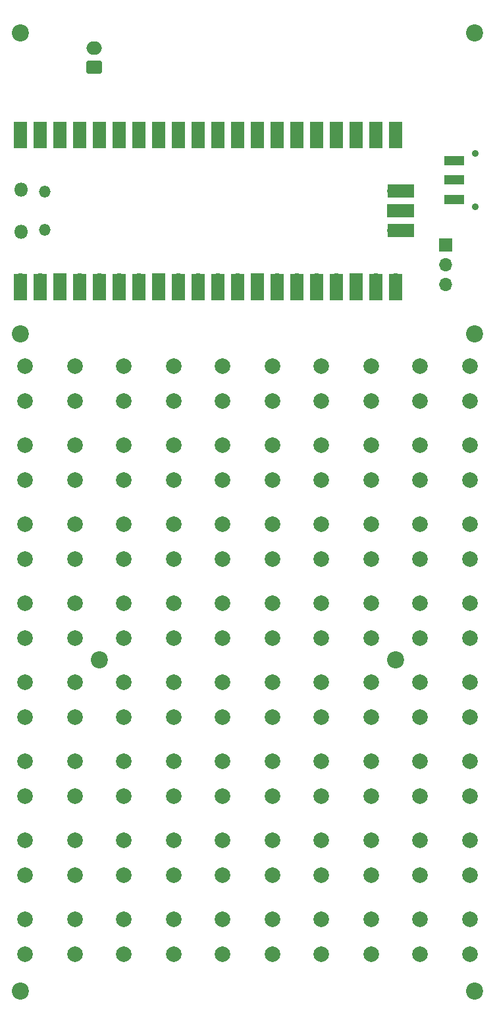
<source format=gbr>
%TF.GenerationSoftware,KiCad,Pcbnew,6.0.5+dfsg-1~bpo11+1*%
%TF.CreationDate,2022-10-03T08:51:32+13:00*%
%TF.ProjectId,ThinCalculator,5468696e-4361-46c6-9375-6c61746f722e,rev?*%
%TF.SameCoordinates,Original*%
%TF.FileFunction,Soldermask,Bot*%
%TF.FilePolarity,Negative*%
%FSLAX46Y46*%
G04 Gerber Fmt 4.6, Leading zero omitted, Abs format (unit mm)*
G04 Created by KiCad (PCBNEW 6.0.5+dfsg-1~bpo11+1) date 2022-10-03 08:51:32*
%MOMM*%
%LPD*%
G01*
G04 APERTURE LIST*
G04 Aperture macros list*
%AMRoundRect*
0 Rectangle with rounded corners*
0 $1 Rounding radius*
0 $2 $3 $4 $5 $6 $7 $8 $9 X,Y pos of 4 corners*
0 Add a 4 corners polygon primitive as box body*
4,1,4,$2,$3,$4,$5,$6,$7,$8,$9,$2,$3,0*
0 Add four circle primitives for the rounded corners*
1,1,$1+$1,$2,$3*
1,1,$1+$1,$4,$5*
1,1,$1+$1,$6,$7*
1,1,$1+$1,$8,$9*
0 Add four rect primitives between the rounded corners*
20,1,$1+$1,$2,$3,$4,$5,0*
20,1,$1+$1,$4,$5,$6,$7,0*
20,1,$1+$1,$6,$7,$8,$9,0*
20,1,$1+$1,$8,$9,$2,$3,0*%
G04 Aperture macros list end*
%ADD10O,2.000000X1.700000*%
%ADD11RoundRect,0.250000X0.750000X-0.600000X0.750000X0.600000X-0.750000X0.600000X-0.750000X-0.600000X0*%
%ADD12C,2.200000*%
%ADD13R,1.700000X1.700000*%
%ADD14O,1.700000X1.700000*%
%ADD15C,2.000000*%
%ADD16O,1.500000X1.500000*%
%ADD17O,1.800000X1.800000*%
%ADD18R,1.700000X3.500000*%
%ADD19R,3.500000X1.700000*%
%ADD20C,0.900000*%
%ADD21R,2.500000X1.250000*%
G04 APERTURE END LIST*
D10*
%TO.C,J2*%
X110226974Y-39781974D03*
D11*
X110226974Y-42281974D03*
%TD*%
D12*
%TO.C,H8*%
X148961974Y-118481974D03*
%TD*%
%TO.C,H7*%
X110861974Y-118481974D03*
%TD*%
%TO.C,H6*%
X159121974Y-161026974D03*
%TD*%
%TO.C,H5*%
X100701974Y-161026974D03*
%TD*%
%TO.C,H4*%
X159121974Y-76571974D03*
%TD*%
%TO.C,H3*%
X100701974Y-76571974D03*
%TD*%
%TO.C,H2*%
X159121974Y-37836974D03*
%TD*%
%TO.C,H1*%
X100701974Y-37836974D03*
%TD*%
D13*
%TO.C,J1*%
X155438974Y-65141974D03*
D14*
X155438974Y-67681974D03*
X155438974Y-70221974D03*
%TD*%
D15*
%TO.C,SW41*%
X158561974Y-151791974D03*
X152061974Y-151791974D03*
X158561974Y-156291974D03*
X152061974Y-156291974D03*
%TD*%
%TO.C,SW40*%
X158561974Y-141631974D03*
X152061974Y-141631974D03*
X158561974Y-146131974D03*
X152061974Y-146131974D03*
%TD*%
%TO.C,SW39*%
X158561974Y-131471974D03*
X152061974Y-131471974D03*
X158561974Y-135971974D03*
X152061974Y-135971974D03*
%TD*%
%TO.C,SW38*%
X158561974Y-121311974D03*
X152061974Y-121311974D03*
X158561974Y-125811974D03*
X152061974Y-125811974D03*
%TD*%
%TO.C,SW37*%
X158561974Y-111151974D03*
X152061974Y-111151974D03*
X158561974Y-115651974D03*
X152061974Y-115651974D03*
%TD*%
%TO.C,SW36*%
X158561974Y-100991974D03*
X152061974Y-100991974D03*
X158561974Y-105491974D03*
X152061974Y-105491974D03*
%TD*%
%TO.C,SW35*%
X158561974Y-90831974D03*
X152061974Y-90831974D03*
X158561974Y-95331974D03*
X152061974Y-95331974D03*
%TD*%
%TO.C,SW34*%
X158561974Y-80671974D03*
X152061974Y-80671974D03*
X158561974Y-85171974D03*
X152061974Y-85171974D03*
%TD*%
%TO.C,SW33*%
X145861974Y-151791974D03*
X139361974Y-151791974D03*
X145861974Y-156291974D03*
X139361974Y-156291974D03*
%TD*%
%TO.C,SW32*%
X145861974Y-141631974D03*
X139361974Y-141631974D03*
X145861974Y-146131974D03*
X139361974Y-146131974D03*
%TD*%
%TO.C,SW31*%
X145861974Y-131471974D03*
X139361974Y-131471974D03*
X145861974Y-135971974D03*
X139361974Y-135971974D03*
%TD*%
%TO.C,SW30*%
X145861974Y-121311974D03*
X139361974Y-121311974D03*
X145861974Y-125811974D03*
X139361974Y-125811974D03*
%TD*%
%TO.C,SW29*%
X145861974Y-111151974D03*
X139361974Y-111151974D03*
X145861974Y-115651974D03*
X139361974Y-115651974D03*
%TD*%
%TO.C,SW28*%
X145861974Y-100991974D03*
X139361974Y-100991974D03*
X145861974Y-105491974D03*
X139361974Y-105491974D03*
%TD*%
%TO.C,SW27*%
X145861974Y-90831974D03*
X139361974Y-90831974D03*
X145861974Y-95331974D03*
X139361974Y-95331974D03*
%TD*%
%TO.C,SW26*%
X145861974Y-80671974D03*
X139361974Y-80671974D03*
X145861974Y-85171974D03*
X139361974Y-85171974D03*
%TD*%
%TO.C,SW25*%
X133161974Y-151791974D03*
X126661974Y-151791974D03*
X133161974Y-156291974D03*
X126661974Y-156291974D03*
%TD*%
%TO.C,SW24*%
X133161974Y-141631974D03*
X126661974Y-141631974D03*
X133161974Y-146131974D03*
X126661974Y-146131974D03*
%TD*%
%TO.C,SW23*%
X133161974Y-131471974D03*
X126661974Y-131471974D03*
X133161974Y-135971974D03*
X126661974Y-135971974D03*
%TD*%
%TO.C,SW22*%
X133161974Y-121311974D03*
X126661974Y-121311974D03*
X133161974Y-125811974D03*
X126661974Y-125811974D03*
%TD*%
%TO.C,SW21*%
X133161974Y-111151974D03*
X126661974Y-111151974D03*
X133161974Y-115651974D03*
X126661974Y-115651974D03*
%TD*%
%TO.C,SW20*%
X133161974Y-100991974D03*
X126661974Y-100991974D03*
X133161974Y-105491974D03*
X126661974Y-105491974D03*
%TD*%
%TO.C,SW19*%
X133161974Y-90831974D03*
X126661974Y-90831974D03*
X133161974Y-95331974D03*
X126661974Y-95331974D03*
%TD*%
%TO.C,SW18*%
X133161974Y-80671974D03*
X126661974Y-80671974D03*
X133161974Y-85171974D03*
X126661974Y-85171974D03*
%TD*%
%TO.C,SW17*%
X120461974Y-151791974D03*
X113961974Y-151791974D03*
X120461974Y-156291974D03*
X113961974Y-156291974D03*
%TD*%
%TO.C,SW16*%
X120461974Y-141631974D03*
X113961974Y-141631974D03*
X120461974Y-146131974D03*
X113961974Y-146131974D03*
%TD*%
%TO.C,SW15*%
X120461974Y-131471974D03*
X113961974Y-131471974D03*
X120461974Y-135971974D03*
X113961974Y-135971974D03*
%TD*%
%TO.C,SW14*%
X120461974Y-121311974D03*
X113961974Y-121311974D03*
X120461974Y-125811974D03*
X113961974Y-125811974D03*
%TD*%
%TO.C,SW13*%
X120461974Y-111151974D03*
X113961974Y-111151974D03*
X120461974Y-115651974D03*
X113961974Y-115651974D03*
%TD*%
%TO.C,SW12*%
X120461974Y-100991974D03*
X113961974Y-100991974D03*
X120461974Y-105491974D03*
X113961974Y-105491974D03*
%TD*%
%TO.C,SW11*%
X120461974Y-90831974D03*
X113961974Y-90831974D03*
X120461974Y-95331974D03*
X113961974Y-95331974D03*
%TD*%
%TO.C,SW10*%
X120461974Y-80671974D03*
X113961974Y-80671974D03*
X120461974Y-85171974D03*
X113961974Y-85171974D03*
%TD*%
%TO.C,SW9*%
X107761974Y-151791974D03*
X101261974Y-151791974D03*
X107761974Y-156291974D03*
X101261974Y-156291974D03*
%TD*%
%TO.C,SW8*%
X107761974Y-141631974D03*
X101261974Y-141631974D03*
X107761974Y-146131974D03*
X101261974Y-146131974D03*
%TD*%
%TO.C,SW7*%
X107761974Y-131471974D03*
X101261974Y-131471974D03*
X107761974Y-135971974D03*
X101261974Y-135971974D03*
%TD*%
%TO.C,SW6*%
X107761974Y-121311974D03*
X101261974Y-121311974D03*
X107761974Y-125811974D03*
X101261974Y-125811974D03*
%TD*%
%TO.C,SW5*%
X107761974Y-111151974D03*
X101261974Y-111151974D03*
X107761974Y-115651974D03*
X101261974Y-115651974D03*
%TD*%
%TO.C,SW4*%
X107761974Y-100991974D03*
X101261974Y-100991974D03*
X107761974Y-105491974D03*
X101261974Y-105491974D03*
%TD*%
%TO.C,SW3*%
X107761974Y-90831974D03*
X101261974Y-90831974D03*
X107761974Y-95331974D03*
X101261974Y-95331974D03*
%TD*%
%TO.C,SW2*%
X107761974Y-80671974D03*
X101261974Y-80671974D03*
X107761974Y-85171974D03*
X101261974Y-85171974D03*
%TD*%
D16*
%TO.C,U2*%
X103861974Y-63121974D03*
D17*
X100831974Y-57971974D03*
X100831974Y-63421974D03*
D16*
X103861974Y-58271974D03*
D18*
X100701974Y-70486974D03*
D14*
X100701974Y-69586974D03*
D18*
X103241974Y-70486974D03*
D14*
X103241974Y-69586974D03*
D13*
X105781974Y-69586974D03*
D18*
X105781974Y-70486974D03*
X108321974Y-70486974D03*
D14*
X108321974Y-69586974D03*
D18*
X110861974Y-70486974D03*
D14*
X110861974Y-69586974D03*
X113401974Y-69586974D03*
D18*
X113401974Y-70486974D03*
X115941974Y-70486974D03*
D14*
X115941974Y-69586974D03*
D18*
X118481974Y-70486974D03*
D13*
X118481974Y-69586974D03*
D18*
X121021974Y-70486974D03*
D14*
X121021974Y-69586974D03*
X123561974Y-69586974D03*
D18*
X123561974Y-70486974D03*
X126101974Y-70486974D03*
D14*
X126101974Y-69586974D03*
D18*
X128641974Y-70486974D03*
D14*
X128641974Y-69586974D03*
D13*
X131181974Y-69586974D03*
D18*
X131181974Y-70486974D03*
X133721974Y-70486974D03*
D14*
X133721974Y-69586974D03*
D18*
X136261974Y-70486974D03*
D14*
X136261974Y-69586974D03*
X138801974Y-69586974D03*
D18*
X138801974Y-70486974D03*
X141341974Y-70486974D03*
D14*
X141341974Y-69586974D03*
D13*
X143881974Y-69586974D03*
D18*
X143881974Y-70486974D03*
D14*
X146421974Y-69586974D03*
D18*
X146421974Y-70486974D03*
D14*
X148961974Y-69586974D03*
D18*
X148961974Y-70486974D03*
D14*
X148961974Y-51806974D03*
D18*
X148961974Y-50928974D03*
X146421974Y-50928974D03*
D14*
X146421974Y-51806974D03*
D13*
X143881974Y-51806974D03*
D18*
X143881974Y-50928974D03*
D14*
X141341974Y-51806974D03*
D18*
X141341974Y-50928974D03*
X138801974Y-50928974D03*
D14*
X138801974Y-51806974D03*
D18*
X136261974Y-50928974D03*
D14*
X136261974Y-51806974D03*
X133721974Y-51806974D03*
D18*
X133721974Y-50928974D03*
X131181974Y-50928974D03*
D13*
X131181974Y-51806974D03*
D14*
X128641974Y-51806974D03*
D18*
X128641974Y-50928974D03*
D14*
X126101974Y-51806974D03*
D18*
X126101974Y-50928974D03*
X123561974Y-50928974D03*
D14*
X123561974Y-51806974D03*
D18*
X121021974Y-50928974D03*
D14*
X121021974Y-51806974D03*
D18*
X118481974Y-50928974D03*
D13*
X118481974Y-51806974D03*
D18*
X115941974Y-50928974D03*
D14*
X115941974Y-51806974D03*
X113401974Y-51806974D03*
D18*
X113401974Y-50928974D03*
X110861974Y-50928974D03*
D14*
X110861974Y-51806974D03*
X108321974Y-51806974D03*
D18*
X108321974Y-50928974D03*
X105781974Y-50928974D03*
D13*
X105781974Y-51806974D03*
D18*
X103241974Y-50928974D03*
D14*
X103241974Y-51806974D03*
X100701974Y-51806974D03*
D18*
X100701974Y-50928974D03*
D14*
X148731974Y-63236974D03*
D19*
X149631974Y-63236974D03*
X149631974Y-60696974D03*
D13*
X148731974Y-60696974D03*
D14*
X148731974Y-58156974D03*
D19*
X149631974Y-58156974D03*
%TD*%
D20*
%TO.C,SW1*%
X159248974Y-53359974D03*
X159248974Y-60159974D03*
D21*
X156498974Y-54259974D03*
X156498974Y-56759974D03*
X156498974Y-59259974D03*
%TD*%
M02*

</source>
